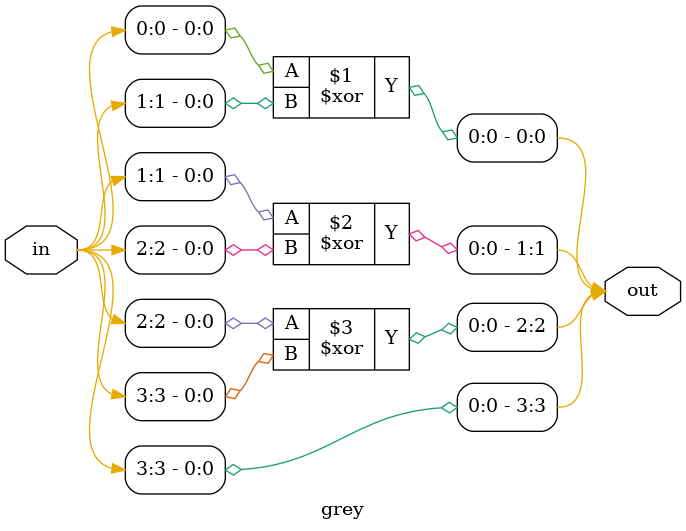
<source format=v>
module grey(input[3:0] in, output[3:0] out);
  assign out[0]= in[0] ^ in[1];
  assign out[1] = in[1] ^ in[2];
  assign out[2] = in[2] ^in[3];
  assign out[3]=in[3];
  
  

endmodule

</source>
